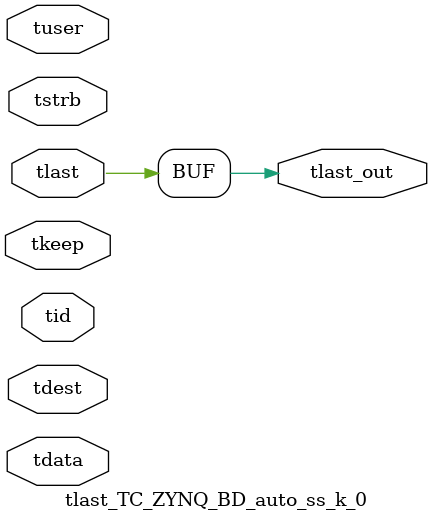
<source format=v>


`timescale 1ps/1ps

module tlast_TC_ZYNQ_BD_auto_ss_k_0 #
(
parameter C_S_AXIS_TID_WIDTH   = 1,
parameter C_S_AXIS_TUSER_WIDTH = 0,
parameter C_S_AXIS_TDATA_WIDTH = 0,
parameter C_S_AXIS_TDEST_WIDTH = 0
)
(
input  [(C_S_AXIS_TID_WIDTH   == 0 ? 1 : C_S_AXIS_TID_WIDTH)-1:0       ] tid,
input  [(C_S_AXIS_TDATA_WIDTH == 0 ? 1 : C_S_AXIS_TDATA_WIDTH)-1:0     ] tdata,
input  [(C_S_AXIS_TUSER_WIDTH == 0 ? 1 : C_S_AXIS_TUSER_WIDTH)-1:0     ] tuser,
input  [(C_S_AXIS_TDEST_WIDTH == 0 ? 1 : C_S_AXIS_TDEST_WIDTH)-1:0     ] tdest,
input  [(C_S_AXIS_TDATA_WIDTH/8)-1:0 ] tkeep,
input  [(C_S_AXIS_TDATA_WIDTH/8)-1:0 ] tstrb,
input  [0:0]                                                             tlast,
output                                                                   tlast_out
);

assign tlast_out = {tlast};

endmodule


</source>
